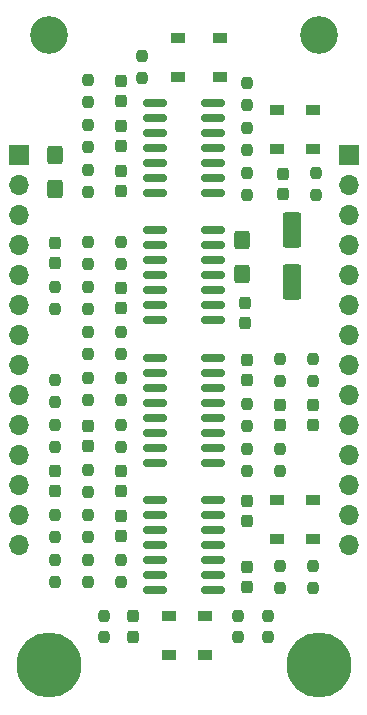
<source format=gbr>
%TF.GenerationSoftware,KiCad,Pcbnew,(6.0.9-0)*%
%TF.CreationDate,2024-06-20T10:35:51+02:00*%
%TF.ProjectId,filter-board,66696c74-6572-42d6-926f-6172642e6b69,rev?*%
%TF.SameCoordinates,Original*%
%TF.FileFunction,Soldermask,Top*%
%TF.FilePolarity,Negative*%
%FSLAX46Y46*%
G04 Gerber Fmt 4.6, Leading zero omitted, Abs format (unit mm)*
G04 Created by KiCad (PCBNEW (6.0.9-0)) date 2024-06-20 10:35:51*
%MOMM*%
%LPD*%
G01*
G04 APERTURE LIST*
G04 Aperture macros list*
%AMRoundRect*
0 Rectangle with rounded corners*
0 $1 Rounding radius*
0 $2 $3 $4 $5 $6 $7 $8 $9 X,Y pos of 4 corners*
0 Add a 4 corners polygon primitive as box body*
4,1,4,$2,$3,$4,$5,$6,$7,$8,$9,$2,$3,0*
0 Add four circle primitives for the rounded corners*
1,1,$1+$1,$2,$3*
1,1,$1+$1,$4,$5*
1,1,$1+$1,$6,$7*
1,1,$1+$1,$8,$9*
0 Add four rect primitives between the rounded corners*
20,1,$1+$1,$2,$3,$4,$5,0*
20,1,$1+$1,$4,$5,$6,$7,0*
20,1,$1+$1,$6,$7,$8,$9,0*
20,1,$1+$1,$8,$9,$2,$3,0*%
G04 Aperture macros list end*
%ADD10RoundRect,0.150000X-0.825000X-0.150000X0.825000X-0.150000X0.825000X0.150000X-0.825000X0.150000X0*%
%ADD11RoundRect,0.237500X-0.237500X0.250000X-0.237500X-0.250000X0.237500X-0.250000X0.237500X0.250000X0*%
%ADD12RoundRect,0.250000X0.550000X-1.250000X0.550000X1.250000X-0.550000X1.250000X-0.550000X-1.250000X0*%
%ADD13RoundRect,0.237500X-0.237500X0.300000X-0.237500X-0.300000X0.237500X-0.300000X0.237500X0.300000X0*%
%ADD14RoundRect,0.237500X0.237500X-0.250000X0.237500X0.250000X-0.237500X0.250000X-0.237500X-0.250000X0*%
%ADD15R,1.200000X0.900000*%
%ADD16RoundRect,0.250000X0.425000X-0.537500X0.425000X0.537500X-0.425000X0.537500X-0.425000X-0.537500X0*%
%ADD17RoundRect,0.237500X0.237500X-0.300000X0.237500X0.300000X-0.237500X0.300000X-0.237500X-0.300000X0*%
%ADD18C,3.200000*%
%ADD19C,5.500000*%
%ADD20R,1.700000X1.700000*%
%ADD21O,1.700000X1.700000*%
G04 APERTURE END LIST*
D10*
%TO.C,U1*%
X62295000Y-57150000D03*
X62295000Y-58420000D03*
X62295000Y-59690000D03*
X62295000Y-60960000D03*
X62295000Y-62230000D03*
X62295000Y-63500000D03*
X62295000Y-64770000D03*
X67245000Y-64770000D03*
X67245000Y-63500000D03*
X67245000Y-62230000D03*
X67245000Y-60960000D03*
X67245000Y-59690000D03*
X67245000Y-58420000D03*
X67245000Y-57150000D03*
%TD*%
D11*
%TO.C,R15*%
X53848000Y-85066500D03*
X53848000Y-86891500D03*
%TD*%
D12*
%TO.C,C9*%
X73914000Y-61509000D03*
X73914000Y-57109000D03*
%TD*%
D13*
%TO.C,C16*%
X72898000Y-71908500D03*
X72898000Y-73633500D03*
%TD*%
%TO.C,C14*%
X75692000Y-71908500D03*
X75692000Y-73633500D03*
%TD*%
D14*
%TO.C,R6*%
X59436000Y-59967500D03*
X59436000Y-58142500D03*
%TD*%
%TO.C,R3*%
X56642000Y-59967500D03*
X56642000Y-58142500D03*
%TD*%
D11*
%TO.C,R31*%
X69342000Y-89765500D03*
X69342000Y-91590500D03*
%TD*%
D13*
%TO.C,C11*%
X56642000Y-73686500D03*
X56642000Y-75411500D03*
%TD*%
D11*
%TO.C,R21*%
X71882000Y-89765500D03*
X71882000Y-91590500D03*
%TD*%
D15*
%TO.C,D8*%
X75692000Y-80011000D03*
X75692000Y-83311000D03*
%TD*%
D11*
%TO.C,R19*%
X56642000Y-85066500D03*
X56642000Y-86891500D03*
%TD*%
D16*
%TO.C,C3*%
X53848000Y-53634500D03*
X53848000Y-50759500D03*
%TD*%
D17*
%TO.C,C15*%
X70104000Y-81761500D03*
X70104000Y-80036500D03*
%TD*%
D14*
%TO.C,R10*%
X70104000Y-50315500D03*
X70104000Y-48490500D03*
%TD*%
D15*
%TO.C,D3*%
X64262000Y-44195000D03*
X64262000Y-40895000D03*
%TD*%
D13*
%TO.C,C1*%
X53848000Y-58192500D03*
X53848000Y-59917500D03*
%TD*%
D11*
%TO.C,R8*%
X56642000Y-52046500D03*
X56642000Y-53871500D03*
%TD*%
D10*
%TO.C,U2*%
X62295000Y-46355000D03*
X62295000Y-47625000D03*
X62295000Y-48895000D03*
X62295000Y-50165000D03*
X62295000Y-51435000D03*
X62295000Y-52705000D03*
X62295000Y-53975000D03*
X67245000Y-53975000D03*
X67245000Y-52705000D03*
X67245000Y-51435000D03*
X67245000Y-50165000D03*
X67245000Y-48895000D03*
X67245000Y-47625000D03*
X67245000Y-46355000D03*
%TD*%
D13*
%TO.C,C8*%
X59436000Y-48313000D03*
X59436000Y-50038000D03*
%TD*%
D14*
%TO.C,R14*%
X59436000Y-67587500D03*
X59436000Y-65762500D03*
%TD*%
D11*
%TO.C,R11*%
X70104000Y-44680500D03*
X70104000Y-46505500D03*
%TD*%
D15*
%TO.C,D5*%
X66548000Y-89790000D03*
X66548000Y-93090000D03*
%TD*%
D11*
%TO.C,R35*%
X72898000Y-75668500D03*
X72898000Y-77493500D03*
%TD*%
D14*
%TO.C,R33*%
X70104000Y-77493500D03*
X70104000Y-75668500D03*
%TD*%
D16*
%TO.C,C4*%
X69723000Y-60873500D03*
X69723000Y-57998500D03*
%TD*%
D14*
%TO.C,R20*%
X59436000Y-86891500D03*
X59436000Y-85066500D03*
%TD*%
D15*
%TO.C,D4*%
X72644000Y-50291000D03*
X72644000Y-46991000D03*
%TD*%
%TO.C,D1*%
X67818000Y-44195000D03*
X67818000Y-40895000D03*
%TD*%
D18*
%TO.C,H2*%
X53340000Y-40640000D03*
%TD*%
D11*
%TO.C,R24*%
X56642000Y-69676000D03*
X56642000Y-71501000D03*
%TD*%
D14*
%TO.C,R4*%
X75946000Y-54125500D03*
X75946000Y-52300500D03*
%TD*%
D15*
%TO.C,D6*%
X63500000Y-93090000D03*
X63500000Y-89790000D03*
%TD*%
D17*
%TO.C,C6*%
X59436000Y-46201500D03*
X59436000Y-44476500D03*
%TD*%
%TO.C,C10*%
X60452000Y-91540500D03*
X60452000Y-89815500D03*
%TD*%
D11*
%TO.C,R25*%
X53848000Y-73636500D03*
X53848000Y-75461500D03*
%TD*%
D14*
%TO.C,R26*%
X75692000Y-69873500D03*
X75692000Y-68048500D03*
%TD*%
D17*
%TO.C,C2*%
X73152000Y-54075500D03*
X73152000Y-52350500D03*
%TD*%
D14*
%TO.C,R13*%
X53848000Y-71651500D03*
X53848000Y-69826500D03*
%TD*%
%TO.C,R9*%
X61214000Y-44219500D03*
X61214000Y-42394500D03*
%TD*%
D11*
%TO.C,R18*%
X56642000Y-65762500D03*
X56642000Y-67587500D03*
%TD*%
D14*
%TO.C,R23*%
X59436000Y-75461500D03*
X59436000Y-73636500D03*
%TD*%
%TO.C,R7*%
X56642000Y-46251500D03*
X56642000Y-44426500D03*
%TD*%
D13*
%TO.C,C20*%
X70104000Y-68098500D03*
X70104000Y-69823500D03*
%TD*%
%TO.C,C5*%
X59436000Y-62002500D03*
X59436000Y-63727500D03*
%TD*%
D15*
%TO.C,D2*%
X75692000Y-46991000D03*
X75692000Y-50291000D03*
%TD*%
D11*
%TO.C,R16*%
X53848000Y-81256500D03*
X53848000Y-83081500D03*
%TD*%
%TO.C,R1*%
X56642000Y-61952500D03*
X56642000Y-63777500D03*
%TD*%
D14*
%TO.C,R2*%
X53848000Y-63777500D03*
X53848000Y-61952500D03*
%TD*%
%TO.C,R34*%
X70104000Y-73683500D03*
X70104000Y-71858500D03*
%TD*%
%TO.C,R12*%
X70104000Y-54125500D03*
X70104000Y-52300500D03*
%TD*%
D17*
%TO.C,C19*%
X59436000Y-83031500D03*
X59436000Y-81306500D03*
%TD*%
D19*
%TO.C,H3*%
X76200000Y-93980000D03*
%TD*%
D10*
%TO.C,U3*%
X62295000Y-80010000D03*
X62295000Y-81280000D03*
X62295000Y-82550000D03*
X62295000Y-83820000D03*
X62295000Y-85090000D03*
X62295000Y-86360000D03*
X62295000Y-87630000D03*
X67245000Y-87630000D03*
X67245000Y-86360000D03*
X67245000Y-85090000D03*
X67245000Y-83820000D03*
X67245000Y-82550000D03*
X67245000Y-81280000D03*
X67245000Y-80010000D03*
%TD*%
D13*
%TO.C,C18*%
X70104000Y-85624500D03*
X70104000Y-87349500D03*
%TD*%
D11*
%TO.C,R17*%
X56642000Y-81256500D03*
X56642000Y-83081500D03*
%TD*%
D18*
%TO.C,H4*%
X76200000Y-40640000D03*
%TD*%
D15*
%TO.C,D7*%
X72644000Y-80011000D03*
X72644000Y-83311000D03*
%TD*%
D14*
%TO.C,R32*%
X56642000Y-79271500D03*
X56642000Y-77446500D03*
%TD*%
D11*
%TO.C,R28*%
X58039000Y-89765500D03*
X58039000Y-91590500D03*
%TD*%
D13*
%TO.C,C13*%
X69977000Y-63272500D03*
X69977000Y-64997500D03*
%TD*%
D14*
%TO.C,R22*%
X59436000Y-71501000D03*
X59436000Y-69676000D03*
%TD*%
D11*
%TO.C,R27*%
X72898000Y-68048500D03*
X72898000Y-69873500D03*
%TD*%
D10*
%TO.C,U4*%
X62295000Y-67945000D03*
X62295000Y-69215000D03*
X62295000Y-70485000D03*
X62295000Y-71755000D03*
X62295000Y-73025000D03*
X62295000Y-74295000D03*
X62295000Y-75565000D03*
X62295000Y-76835000D03*
X67245000Y-76835000D03*
X67245000Y-75565000D03*
X67245000Y-74295000D03*
X67245000Y-73025000D03*
X67245000Y-71755000D03*
X67245000Y-70485000D03*
X67245000Y-69215000D03*
X67245000Y-67945000D03*
%TD*%
D14*
%TO.C,R5*%
X56642000Y-50061500D03*
X56642000Y-48236500D03*
%TD*%
%TO.C,R29*%
X75692000Y-87399500D03*
X75692000Y-85574500D03*
%TD*%
D13*
%TO.C,C17*%
X59436000Y-77496500D03*
X59436000Y-79221500D03*
%TD*%
%TO.C,C12*%
X53848000Y-77496500D03*
X53848000Y-79221500D03*
%TD*%
D11*
%TO.C,R30*%
X72898000Y-85574500D03*
X72898000Y-87399500D03*
%TD*%
D13*
%TO.C,C7*%
X59436000Y-52096500D03*
X59436000Y-53821500D03*
%TD*%
D19*
%TO.C,H1*%
X53340000Y-93980000D03*
%TD*%
D20*
%TO.C,J1*%
X50800000Y-50800000D03*
D21*
X50800000Y-53340000D03*
X50800000Y-55880000D03*
X50800000Y-58420000D03*
X50800000Y-60960000D03*
X50800000Y-63500000D03*
X50800000Y-66040000D03*
X50800000Y-68580000D03*
X50800000Y-71120000D03*
X50800000Y-73660000D03*
X50800000Y-76200000D03*
X50800000Y-78740000D03*
X50800000Y-81280000D03*
X50800000Y-83820000D03*
%TD*%
D20*
%TO.C,J2*%
X78740000Y-50800000D03*
D21*
X78740000Y-53340000D03*
X78740000Y-55880000D03*
X78740000Y-58420000D03*
X78740000Y-60960000D03*
X78740000Y-63500000D03*
X78740000Y-66040000D03*
X78740000Y-68580000D03*
X78740000Y-71120000D03*
X78740000Y-73660000D03*
X78740000Y-76200000D03*
X78740000Y-78740000D03*
X78740000Y-81280000D03*
X78740000Y-83820000D03*
%TD*%
M02*

</source>
